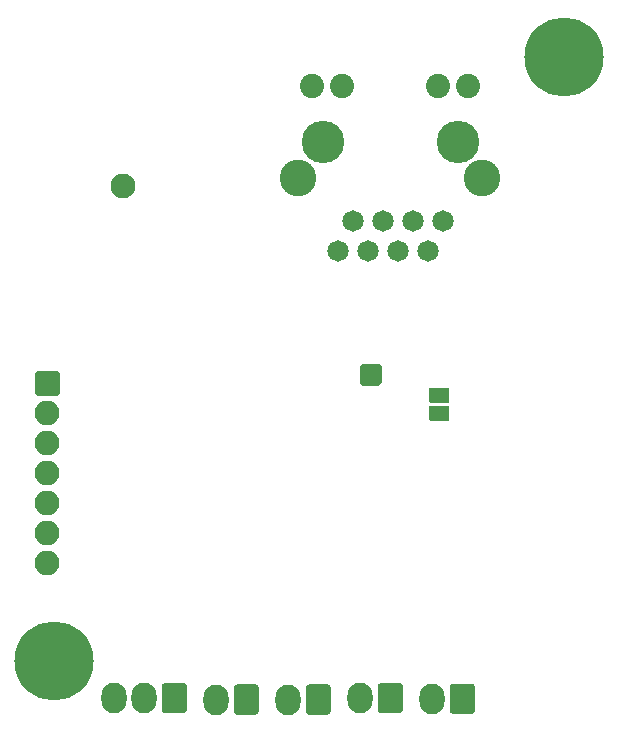
<source format=gbr>
G04 #@! TF.GenerationSoftware,KiCad,Pcbnew,(5.1.10)-1*
G04 #@! TF.CreationDate,2021-08-27T22:23:48-03:00*
G04 #@! TF.ProjectId,ESP32-GATEWAY_Rev_F,45535033-322d-4474-9154-455741595f52,F*
G04 #@! TF.SameCoordinates,Original*
G04 #@! TF.FileFunction,Soldermask,Bot*
G04 #@! TF.FilePolarity,Negative*
%FSLAX46Y46*%
G04 Gerber Fmt 4.6, Leading zero omitted, Abs format (unit mm)*
G04 Created by KiCad (PCBNEW (5.1.10)-1) date 2021-08-27 22:23:48*
%MOMM*%
%LPD*%
G01*
G04 APERTURE LIST*
%ADD10O,2.140000X2.590000*%
%ADD11O,2.100000X2.100000*%
%ADD12C,1.810000*%
%ADD13C,2.050000*%
%ADD14C,3.100000*%
%ADD15C,3.600000*%
%ADD16C,1.600000*%
%ADD17C,6.700000*%
%ADD18C,2.101600*%
G04 APERTURE END LIST*
D10*
X86868000Y-125539500D03*
G36*
G01*
X90478000Y-124551970D02*
X90478000Y-126527030D01*
G75*
G02*
X90170530Y-126834500I-307470J0D01*
G01*
X88645470Y-126834500D01*
G75*
G02*
X88338000Y-126527030I0J307470D01*
G01*
X88338000Y-124551970D01*
G75*
G02*
X88645470Y-124244500I307470J0D01*
G01*
X90170530Y-124244500D01*
G75*
G02*
X90478000Y-124551970I0J-307470D01*
G01*
G37*
X92964000Y-125539500D03*
G36*
G01*
X96574000Y-124551970D02*
X96574000Y-126527030D01*
G75*
G02*
X96266530Y-126834500I-307470J0D01*
G01*
X94741470Y-126834500D01*
G75*
G02*
X94434000Y-126527030I0J307470D01*
G01*
X94434000Y-124551970D01*
G75*
G02*
X94741470Y-124244500I307470J0D01*
G01*
X96266530Y-124244500D01*
G75*
G02*
X96574000Y-124551970I0J-307470D01*
G01*
G37*
D11*
X72567800Y-113995200D03*
X72567800Y-111455200D03*
X72567800Y-108915200D03*
X72567800Y-106375200D03*
X72567800Y-103835200D03*
X72567800Y-101295200D03*
G36*
G01*
X71517800Y-99605200D02*
X71517800Y-97905200D01*
G75*
G02*
X71717800Y-97705200I200000J0D01*
G01*
X73417800Y-97705200D01*
G75*
G02*
X73617800Y-97905200I0J-200000D01*
G01*
X73617800Y-99605200D01*
G75*
G02*
X73417800Y-99805200I-200000J0D01*
G01*
X71717800Y-99805200D01*
G75*
G02*
X71517800Y-99605200I0J200000D01*
G01*
G37*
D10*
X78232000Y-125412500D03*
X80772000Y-125412500D03*
G36*
G01*
X84382000Y-124424970D02*
X84382000Y-126400030D01*
G75*
G02*
X84074530Y-126707500I-307470J0D01*
G01*
X82549470Y-126707500D01*
G75*
G02*
X82242000Y-126400030I0J307470D01*
G01*
X82242000Y-124424970D01*
G75*
G02*
X82549470Y-124117500I307470J0D01*
G01*
X84074530Y-124117500D01*
G75*
G02*
X84382000Y-124424970I0J-307470D01*
G01*
G37*
X99060000Y-125412500D03*
G36*
G01*
X102670000Y-124424970D02*
X102670000Y-126400030D01*
G75*
G02*
X102362530Y-126707500I-307470J0D01*
G01*
X100837470Y-126707500D01*
G75*
G02*
X100530000Y-126400030I0J307470D01*
G01*
X100530000Y-124424970D01*
G75*
G02*
X100837470Y-124117500I307470J0D01*
G01*
X102362530Y-124117500D01*
G75*
G02*
X102670000Y-124424970I0J-307470D01*
G01*
G37*
X105156000Y-125476000D03*
G36*
G01*
X108766000Y-124488470D02*
X108766000Y-126463530D01*
G75*
G02*
X108458530Y-126771000I-307470J0D01*
G01*
X106933470Y-126771000D01*
G75*
G02*
X106626000Y-126463530I0J307470D01*
G01*
X106626000Y-124488470D01*
G75*
G02*
X106933470Y-124181000I307470J0D01*
G01*
X108458530Y-124181000D01*
G75*
G02*
X108766000Y-124488470I0J-307470D01*
G01*
G37*
D12*
X106055000Y-85059000D03*
X104785000Y-87599000D03*
X103515000Y-85059000D03*
X102245000Y-87599000D03*
X100975000Y-85059000D03*
X99705000Y-87599000D03*
X98435000Y-85059000D03*
X97165000Y-87599000D03*
D13*
X97530000Y-73610500D03*
X108210000Y-73610500D03*
D14*
X109400000Y-81409000D03*
X93800000Y-81409000D03*
D13*
X94990000Y-73610500D03*
X105670000Y-73610500D03*
D15*
X107315000Y-78359000D03*
X95885000Y-78359000D03*
G36*
G01*
X106527600Y-100393500D02*
X104927400Y-100393500D01*
G75*
G02*
X104876600Y-100342700I0J50800D01*
G01*
X104876600Y-99174300D01*
G75*
G02*
X104927400Y-99123500I50800J0D01*
G01*
X106527600Y-99123500D01*
G75*
G02*
X106578400Y-99174300I0J-50800D01*
G01*
X106578400Y-100342700D01*
G75*
G02*
X106527600Y-100393500I-50800J0D01*
G01*
G37*
G36*
G01*
X106527600Y-101917500D02*
X104927400Y-101917500D01*
G75*
G02*
X104876600Y-101866700I0J50800D01*
G01*
X104876600Y-100698300D01*
G75*
G02*
X104927400Y-100647500I50800J0D01*
G01*
X106527600Y-100647500D01*
G75*
G02*
X106578400Y-100698300I0J-50800D01*
G01*
X106578400Y-101866700D01*
G75*
G02*
X106527600Y-101917500I-50800J0D01*
G01*
G37*
G36*
G01*
X106527600Y-101917500D02*
X104927400Y-101917500D01*
G75*
G02*
X104876600Y-101866700I0J50800D01*
G01*
X104876600Y-100698300D01*
G75*
G02*
X104927400Y-100647500I50800J0D01*
G01*
X106527600Y-100647500D01*
G75*
G02*
X106578400Y-100698300I0J-50800D01*
G01*
X106578400Y-101866700D01*
G75*
G02*
X106527600Y-101917500I-50800J0D01*
G01*
G37*
G36*
G01*
X99237800Y-97132800D02*
X100660200Y-97132800D01*
G75*
G02*
X100860200Y-97332800I0J-200000D01*
G01*
X100860200Y-98755200D01*
G75*
G02*
X100660200Y-98955200I-200000J0D01*
G01*
X99237800Y-98955200D01*
G75*
G02*
X99037800Y-98755200I0J200000D01*
G01*
X99037800Y-97332800D01*
G75*
G02*
X99237800Y-97132800I200000J0D01*
G01*
G37*
D16*
X70739000Y-122301000D03*
X75565000Y-122301000D03*
X74803000Y-123952000D03*
X71501000Y-124079000D03*
X74803000Y-120650000D03*
X71501000Y-120650000D03*
X73152000Y-124714000D03*
X73152000Y-119888000D03*
D17*
X73152000Y-122301000D03*
D16*
X113919000Y-71120000D03*
X118745000Y-71120000D03*
X117983000Y-72771000D03*
X114681000Y-72898000D03*
X117983000Y-69469000D03*
X114681000Y-69469000D03*
X116332000Y-73533000D03*
X116332000Y-68707000D03*
D17*
X116332000Y-71120000D03*
D18*
X79010000Y-82083000D03*
M02*

</source>
